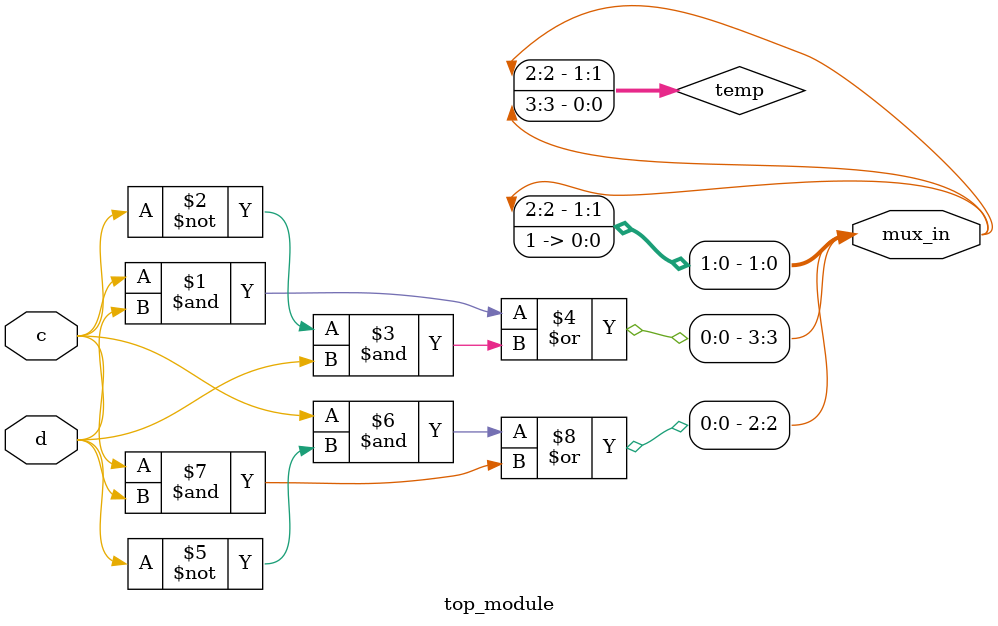
<source format=sv>
module top_module (
    input c,
    input d,
    output [3:0] mux_in
);

    wire [1:0] temp;

    // Implement the Karnaugh map using 2-to-1 multiplexers
    assign temp[0] = (c & d) | (~c & d);
    assign temp[1] = (c & ~d) | (c & d);

    // Connect the 2-to-1 multiplexer outputs to the 4-to-1 multiplexer inputs
    assign mux_in[0] = 1'b1;
    assign mux_in[1] = temp[1];
    assign mux_in[2] = temp[1];
    assign mux_in[3] = temp[0];

endmodule

</source>
